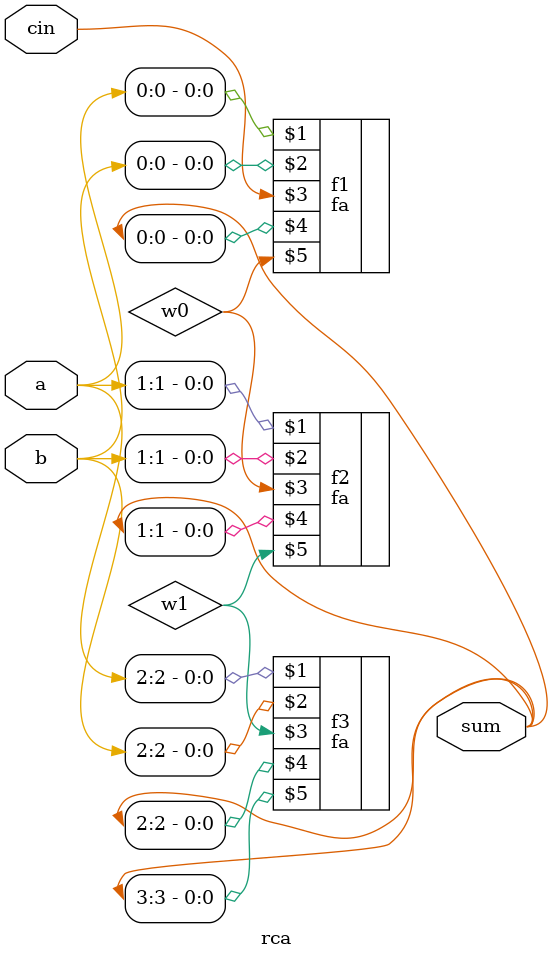
<source format=v>
module rca(
  input [2:0]a,b,
  input cin,
  output [3:0]sum
);

 fa f1(a[0],b[0],cin, sum[0],w0);// named mapping
 fa f2(a[1],b[1],w0, sum[1],w1);
 fa f3(a[2],b[2],w1, sum[2],sum[3]);
 
   


endmodule





</source>
